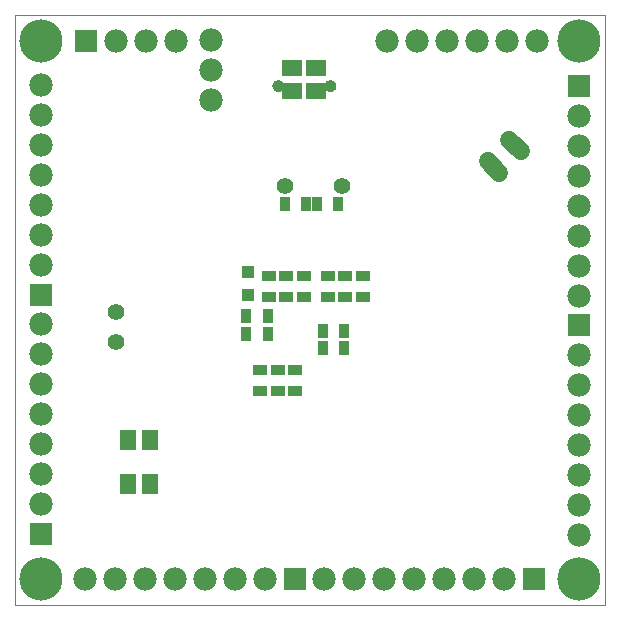
<source format=gbs>
G75*
G70*
%OFA0B0*%
%FSLAX24Y24*%
%IPPOS*%
%LPD*%
%AMOC8*
5,1,8,0,0,1.08239X$1,22.5*
%
%ADD10C,0.0000*%
%ADD11C,0.0780*%
%ADD12C,0.0560*%
%ADD13R,0.0355X0.0512*%
%ADD14R,0.0512X0.0355*%
%ADD15R,0.0434X0.0434*%
%ADD16C,0.0394*%
%ADD17R,0.0670X0.0552*%
%ADD18C,0.0600*%
%ADD19R,0.0780X0.0780*%
%ADD20C,0.1440*%
%ADD21R,0.0552X0.0670*%
D10*
X001774Y000741D02*
X001774Y020426D01*
X021459Y020426D01*
X021459Y000741D01*
X001774Y000741D01*
X010377Y018063D02*
X010379Y018089D01*
X010385Y018115D01*
X010395Y018140D01*
X010408Y018163D01*
X010424Y018183D01*
X010444Y018201D01*
X010466Y018216D01*
X010489Y018228D01*
X010515Y018236D01*
X010541Y018240D01*
X010567Y018240D01*
X010593Y018236D01*
X010619Y018228D01*
X010643Y018216D01*
X010664Y018201D01*
X010684Y018183D01*
X010700Y018163D01*
X010713Y018140D01*
X010723Y018115D01*
X010729Y018089D01*
X010731Y018063D01*
X010729Y018037D01*
X010723Y018011D01*
X010713Y017986D01*
X010700Y017963D01*
X010684Y017943D01*
X010664Y017925D01*
X010642Y017910D01*
X010619Y017898D01*
X010593Y017890D01*
X010567Y017886D01*
X010541Y017886D01*
X010515Y017890D01*
X010489Y017898D01*
X010465Y017910D01*
X010444Y017925D01*
X010424Y017943D01*
X010408Y017963D01*
X010395Y017986D01*
X010385Y018011D01*
X010379Y018037D01*
X010377Y018063D01*
X012109Y018063D02*
X012111Y018089D01*
X012117Y018115D01*
X012127Y018140D01*
X012140Y018163D01*
X012156Y018183D01*
X012176Y018201D01*
X012198Y018216D01*
X012221Y018228D01*
X012247Y018236D01*
X012273Y018240D01*
X012299Y018240D01*
X012325Y018236D01*
X012351Y018228D01*
X012375Y018216D01*
X012396Y018201D01*
X012416Y018183D01*
X012432Y018163D01*
X012445Y018140D01*
X012455Y018115D01*
X012461Y018089D01*
X012463Y018063D01*
X012461Y018037D01*
X012455Y018011D01*
X012445Y017986D01*
X012432Y017963D01*
X012416Y017943D01*
X012396Y017925D01*
X012374Y017910D01*
X012351Y017898D01*
X012325Y017890D01*
X012299Y017886D01*
X012273Y017886D01*
X012247Y017890D01*
X012221Y017898D01*
X012197Y017910D01*
X012176Y017925D01*
X012156Y017943D01*
X012140Y017963D01*
X012127Y017986D01*
X012117Y018011D01*
X012111Y018037D01*
X012109Y018063D01*
D11*
X014176Y019540D03*
X015176Y019540D03*
X016176Y019540D03*
X017176Y019540D03*
X018176Y019540D03*
X019176Y019540D03*
X020573Y017063D03*
X020573Y016063D03*
X020573Y015063D03*
X020573Y014063D03*
X020573Y013063D03*
X020573Y012063D03*
X020573Y011063D03*
X020573Y009091D03*
X020573Y008091D03*
X020573Y007091D03*
X020573Y006091D03*
X020573Y005091D03*
X020573Y004091D03*
X020573Y003091D03*
X018097Y001626D03*
X017097Y001626D03*
X016097Y001626D03*
X015097Y001626D03*
X014097Y001626D03*
X013097Y001626D03*
X012097Y001626D03*
X010124Y001626D03*
X009124Y001626D03*
X008124Y001626D03*
X007124Y001626D03*
X006124Y001626D03*
X005124Y001626D03*
X004124Y001626D03*
X002660Y004103D03*
X002660Y005103D03*
X002660Y006103D03*
X002660Y007103D03*
X002660Y008103D03*
X002660Y009103D03*
X002660Y010103D03*
X002660Y012075D03*
X002660Y013075D03*
X002660Y014075D03*
X002660Y015075D03*
X002660Y016075D03*
X002660Y017075D03*
X002660Y018075D03*
X005136Y019540D03*
X006136Y019540D03*
X007136Y019540D03*
X008319Y019571D03*
X008319Y018571D03*
X008319Y017571D03*
D12*
X010765Y014717D03*
X012665Y014717D03*
X005140Y010516D03*
X005140Y009516D03*
D13*
X009491Y009796D03*
X009491Y010386D03*
X010199Y010386D03*
X010199Y009796D03*
X012050Y009894D03*
X012050Y009304D03*
X012758Y009304D03*
X012758Y009894D03*
X012561Y014126D03*
X011853Y014126D03*
X011479Y014126D03*
X010770Y014126D03*
D14*
X010829Y011725D03*
X010239Y011725D03*
X010239Y011016D03*
X010829Y011016D03*
X011420Y011016D03*
X011420Y011725D03*
X012207Y011725D03*
X012798Y011725D03*
X013388Y011725D03*
X013388Y011016D03*
X012798Y011016D03*
X012207Y011016D03*
X011124Y008575D03*
X010534Y008575D03*
X009943Y008575D03*
X009943Y007867D03*
X010534Y007867D03*
X011124Y007867D03*
D15*
X009550Y011075D03*
X009550Y011863D03*
D16*
X010554Y018063D03*
X012286Y018063D03*
D17*
X011813Y017886D03*
X011026Y017886D03*
X011026Y018634D03*
X011813Y018634D03*
D18*
X017532Y015557D02*
X017928Y015161D01*
X018635Y015869D02*
X018239Y016265D01*
D19*
X020573Y018063D03*
X020573Y010091D03*
X019097Y001626D03*
X011124Y001626D03*
X002660Y003103D03*
X002660Y011075D03*
X004136Y019540D03*
D20*
X002660Y019540D03*
X020573Y019540D03*
X020573Y001626D03*
X002660Y001626D03*
D21*
X005534Y004776D03*
X006282Y004776D03*
X006282Y006252D03*
X005534Y006252D03*
M02*

</source>
